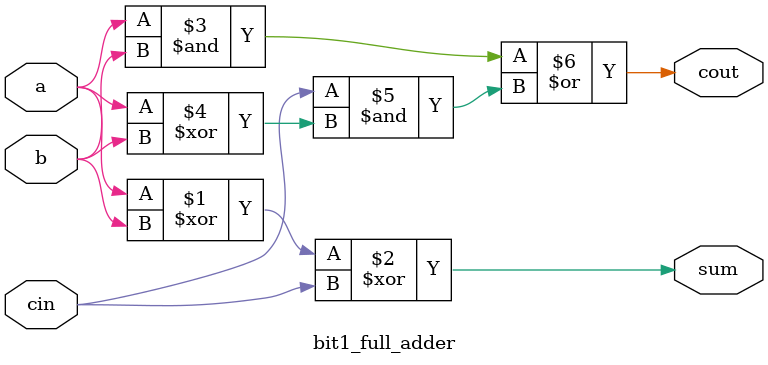
<source format=v>
module bit1_full_adder (
  input  a,
  input  b,
  input  cin,
  output sum,
  output cout
);

  assign sum  = a ^ b ^ cin;
  assign cout = (a & b) | (cin & (a ^ b));



endmodule


</source>
